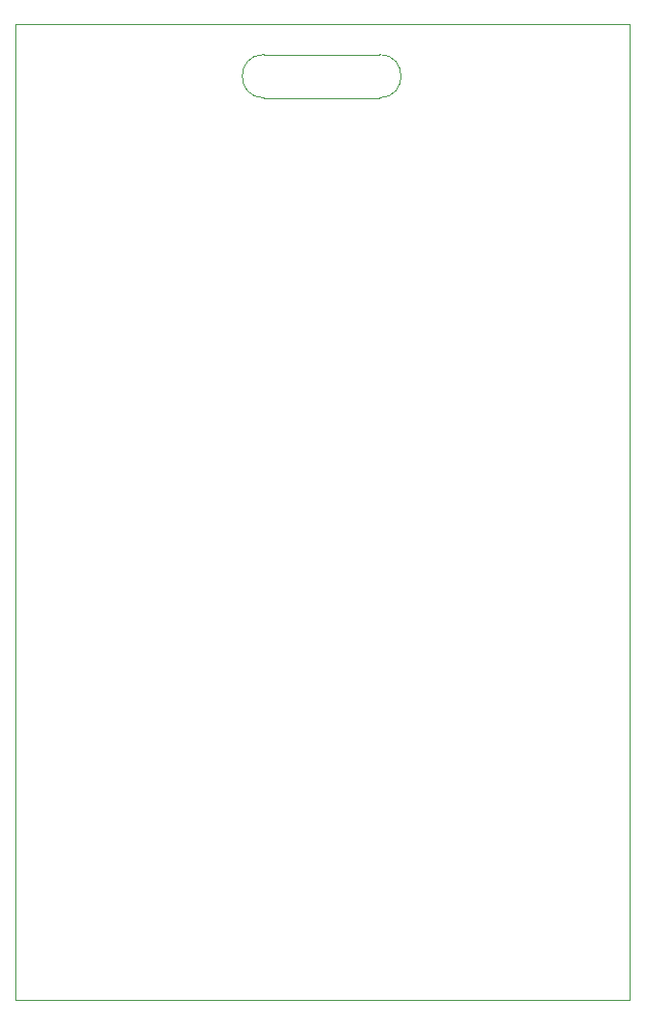
<source format=gm1>
%TF.GenerationSoftware,KiCad,Pcbnew,7.0.5*%
%TF.CreationDate,2023-07-12T18:43:18+05:30*%
%TF.ProjectId,555_Timer,3535355f-5469-46d6-9572-2e6b69636164,v01*%
%TF.SameCoordinates,Original*%
%TF.FileFunction,Profile,NP*%
%FSLAX46Y46*%
G04 Gerber Fmt 4.6, Leading zero omitted, Abs format (unit mm)*
G04 Created by KiCad (PCBNEW 7.0.5) date 2023-07-12 18:43:18*
%MOMM*%
%LPD*%
G01*
G04 APERTURE LIST*
%TA.AperFunction,Profile*%
%ADD10C,0.025400*%
%TD*%
G04 APERTURE END LIST*
D10*
X148844000Y-43942000D02*
G75*
G03*
X148844000Y-47752000I0J-1905000D01*
G01*
X159004000Y-47752000D02*
G75*
G03*
X159004000Y-43942000I0J1905000D01*
G01*
X159004000Y-47752000D02*
X148844000Y-47752000D01*
X148844000Y-43942000D02*
X159004000Y-43942000D01*
X127000000Y-127000000D02*
X180975000Y-127000000D01*
X180975000Y-41275000D02*
X180975000Y-127000000D01*
X127000000Y-41275000D02*
X180975000Y-41275000D01*
X127000000Y-41275000D02*
X127000000Y-127000000D01*
M02*

</source>
